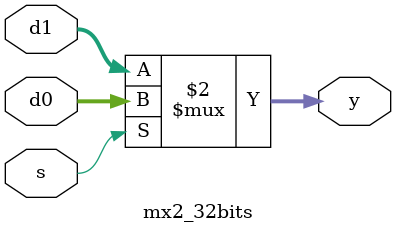
<source format=v>
module mx2_32bits(d0, d1, s, y);//mx2 for 32bit
input [31:0] d0, d1;//32bit input
input s;//select signal
output [31:0] y;//32bit output
assign y = (s==0)?d1:d0;//mux
endmodule


</source>
